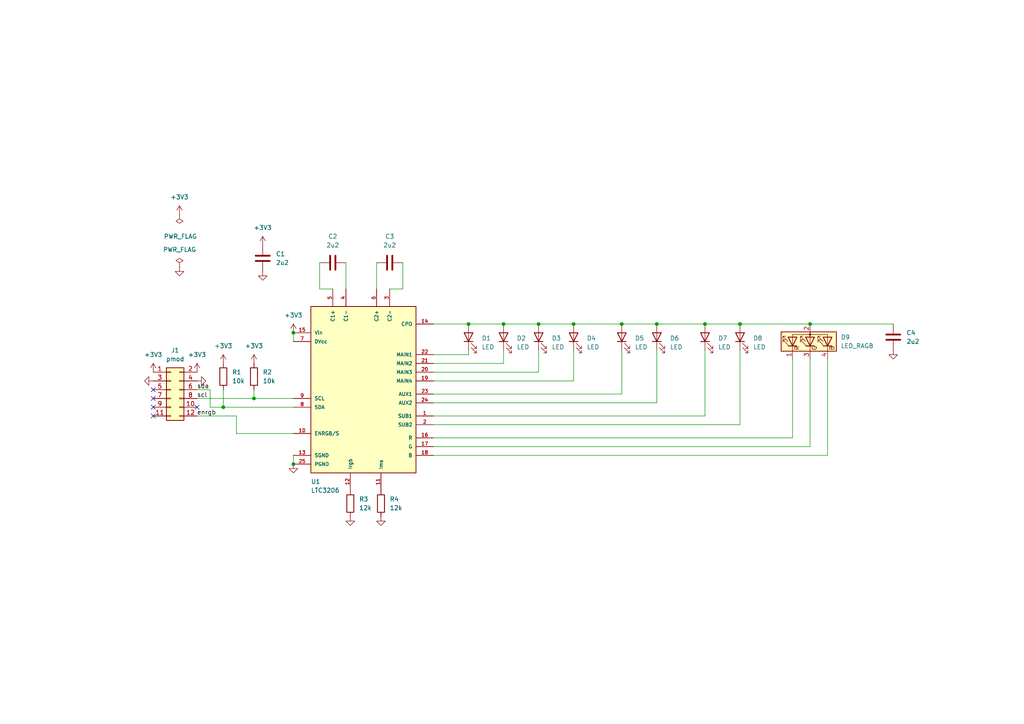
<source format=kicad_sch>
(kicad_sch (version 20211123) (generator eeschema)
  (paper "A4")
  (lib_symbols
    (symbol "Components:LTC3206" (pin_names (offset 1.016))
      (property "Reference" "U1" (at -13.97 -27.94 0))
      (property "Value" "LTC3206" (at -13.97 -30.48 0))
      (symbol "LTC3206_0_0"
        (rectangle (start -15.24 -25.4) (end 15.24 22.86) (stroke (width 0.254)) (fill (type background)))
        (pin bidirectional line (at 20.32 -8.89 180) (length 5.08) (name "SUB1") (number "1"))
        (pin bidirectional line (at -20.32 -13.97 0) (length 5.08) (name "ENRGB/S") (number "10"))
        (pin bidirectional line (at 5.08 -30.48 90) (length 5.08) (name "Ims") (number "11"))
        (pin bidirectional line (at -3.81 -30.48 90) (length 5.08) (name "Irgb") (number "12"))
        (pin power_in line (at -20.32 -20.32 0) (length 5.08) (name "SGND") (number "13"))
        (pin bidirectional line (at 20.32 17.78 180) (length 5.08) (name "CPO") (number "14"))
        (pin power_in line (at -20.32 15.24 0) (length 5.08) (name "Vin") (number "15"))
        (pin bidirectional line (at 20.32 -15.24 180) (length 5.08) (name "R") (number "16"))
        (pin bidirectional line (at 20.32 -17.78 180) (length 5.08) (name "G") (number "17"))
        (pin bidirectional line (at 20.32 -20.32 180) (length 5.08) (name "B") (number "18"))
        (pin bidirectional line (at 20.32 1.27 180) (length 5.08) (name "MAIN4") (number "19"))
        (pin bidirectional line (at 20.32 -11.43 180) (length 5.08) (name "SUB2") (number "2"))
        (pin bidirectional line (at 20.32 3.81 180) (length 5.08) (name "MAIN3") (number "20"))
        (pin bidirectional line (at 20.32 6.35 180) (length 5.08) (name "MAIN2") (number "21"))
        (pin bidirectional line (at 20.32 8.89 180) (length 5.08) (name "MAIN1") (number "22"))
        (pin bidirectional line (at 20.32 -2.54 180) (length 5.08) (name "AUX1") (number "23"))
        (pin bidirectional line (at 20.32 -5.08 180) (length 5.08) (name "AUX2") (number "24"))
        (pin power_in line (at -20.32 -22.86 0) (length 5.08) (name "PGND") (number "25"))
        (pin bidirectional line (at 7.62 27.94 270) (length 5.08) (name "C2-") (number "3"))
        (pin bidirectional line (at -5.08 27.94 270) (length 5.08) (name "C1-") (number "4"))
        (pin bidirectional line (at -8.89 27.94 270) (length 5.08) (name "C1+") (number "5"))
        (pin bidirectional line (at 3.81 27.94 270) (length 5.08) (name "C2+") (number "6"))
        (pin power_in line (at -20.32 12.7 0) (length 5.08) (name "DVcc") (number "7"))
        (pin bidirectional line (at -20.32 -6.35 0) (length 5.08) (name "SDA") (number "8"))
        (pin bidirectional line (at -20.32 -3.81 0) (length 5.08) (name "SCL") (number "9"))
      )
    )
    (symbol "Connector_Generic:Conn_02x06_Odd_Even" (pin_names (offset 1.016) hide)
      (property "Reference" "J" (at 1.27 7.62 0))
      (property "Value" "Conn_02x06_Odd_Even" (at 1.27 -10.16 0))
      (symbol "Conn_02x06_Odd_Even_1_1"
        (rectangle (start -1.27 -7.493) (end 0 -7.747) (stroke (width 0.1524)))
        (rectangle (start -1.27 -4.953) (end 0 -5.207) (stroke (width 0.1524)))
        (rectangle (start -1.27 -2.413) (end 0 -2.667) (stroke (width 0.1524)))
        (rectangle (start -1.27 0.127) (end 0 -0.127) (stroke (width 0.1524)))
        (rectangle (start -1.27 2.667) (end 0 2.413) (stroke (width 0.1524)))
        (rectangle (start -1.27 5.207) (end 0 4.953) (stroke (width 0.1524)))
        (rectangle (start -1.27 6.35) (end 3.81 -8.89) (stroke (width 0.254)) (fill (type background)))
        (rectangle (start 3.81 -7.493) (end 2.54 -7.747) (stroke (width 0.1524)))
        (rectangle (start 3.81 -4.953) (end 2.54 -5.207) (stroke (width 0.1524)))
        (rectangle (start 3.81 -2.413) (end 2.54 -2.667) (stroke (width 0.1524)))
        (rectangle (start 3.81 0.127) (end 2.54 -0.127) (stroke (width 0.1524)))
        (rectangle (start 3.81 2.667) (end 2.54 2.413) (stroke (width 0.1524)))
        (rectangle (start 3.81 5.207) (end 2.54 4.953) (stroke (width 0.1524)))
        (pin passive line (at -5.08 5.08 0) (length 3.81) (name "Pin_1") (number "1"))
        (pin passive line (at 7.62 -5.08 180) (length 3.81) (name "Pin_10") (number "10"))
        (pin passive line (at -5.08 -7.62 0) (length 3.81) (name "Pin_11") (number "11"))
        (pin passive line (at 7.62 -7.62 180) (length 3.81) (name "Pin_12") (number "12"))
        (pin passive line (at 7.62 5.08 180) (length 3.81) (name "Pin_2") (number "2"))
        (pin passive line (at -5.08 2.54 0) (length 3.81) (name "Pin_3") (number "3"))
        (pin passive line (at 7.62 2.54 180) (length 3.81) (name "Pin_4") (number "4"))
        (pin passive line (at -5.08 0 0) (length 3.81) (name "Pin_5") (number "5"))
        (pin passive line (at 7.62 0 180) (length 3.81) (name "Pin_6") (number "6"))
        (pin passive line (at -5.08 -2.54 0) (length 3.81) (name "Pin_7") (number "7"))
        (pin passive line (at 7.62 -2.54 180) (length 3.81) (name "Pin_8") (number "8"))
        (pin passive line (at -5.08 -5.08 0) (length 3.81) (name "Pin_9") (number "9"))
      )
    )
    (symbol "Device:C" (pin_numbers hide) (pin_names (offset 0.254))
      (property "Reference" "C" (at 0.635 2.54 0))
      (property "Value" "C" (at 0.635 -2.54 0))
      (symbol "C_0_1"
        (polyline (pts (xy -2.032 -0.762) (xy 2.032 -0.762)) (stroke (width 0.508)))
        (polyline (pts (xy -2.032 0.762) (xy 2.032 0.762)) (stroke (width 0.508)))
      )
      (symbol "C_1_1"
        (pin passive line (at 0 3.81 270) (length 2.794) (name "~") (number "1"))
        (pin passive line (at 0 -3.81 90) (length 2.794) (name "~") (number "2"))
      )
    )
    (symbol "Device:LED" (pin_numbers hide) (pin_names (offset 1.016) hide)
      (property "Reference" "D" (at 0 2.54 0))
      (property "Value" "LED" (at 0 -2.54 0))
      (symbol "LED_0_1"
        (polyline (pts (xy -1.27 -1.27) (xy -1.27 1.27)) (stroke (width 0.254)))
        (polyline (pts (xy -1.27 0) (xy 1.27 0)))
        (polyline (pts (xy 1.27 -1.27) (xy 1.27 1.27) (xy -1.27 0) (xy 1.27 -1.27)) (stroke (width 0.254)))
        (polyline (pts (xy -3.048 -0.762) (xy -4.572 -2.286) (xy -3.81 -2.286) (xy -4.572 -2.286) (xy -4.572 -1.524)))
        (polyline (pts (xy -1.778 -0.762) (xy -3.302 -2.286) (xy -2.54 -2.286) (xy -3.302 -2.286) (xy -3.302 -1.524)))
      )
      (symbol "LED_1_1"
        (pin passive line (at -3.81 0 0) (length 2.54) (name "K") (number "1"))
        (pin passive line (at 3.81 0 180) (length 2.54) (name "A") (number "2"))
      )
    )
    (symbol "Device:LED_RAGB" (pin_names (offset 0) hide)
      (property "Reference" "D" (at 0 9.398 0))
      (property "Value" "LED_RAGB" (at 0 -8.89 0))
      (symbol "LED_RAGB_0_0"
        (text "B" (at -1.905 -6.35 0) (effects (font (size 1.27 1.27))))
        (text "G" (at -1.905 -1.27 0) (effects (font (size 1.27 1.27))))
        (text "R" (at -1.905 3.81 0) (effects (font (size 1.27 1.27))))
      )
      (symbol "LED_RAGB_0_1"
        (polyline (pts (xy -1.27 -5.08) (xy -2.54 -5.08)))
        (polyline (pts (xy -1.27 -5.08) (xy 1.27 -5.08)))
        (polyline (pts (xy -1.27 -3.81) (xy -1.27 -6.35)) (stroke (width 0.254)))
        (polyline (pts (xy -1.27 0) (xy -2.54 0)))
        (polyline (pts (xy -1.27 1.27) (xy -1.27 -1.27)) (stroke (width 0.254)))
        (polyline (pts (xy -1.27 5.08) (xy -2.54 5.08)))
        (polyline (pts (xy -1.27 5.08) (xy 1.27 5.08)))
        (polyline (pts (xy -1.27 6.35) (xy -1.27 3.81)) (stroke (width 0.254)))
        (polyline (pts (xy 1.27 0) (xy -1.27 0)))
        (polyline (pts (xy 1.27 0) (xy 2.54 0)))
        (polyline (pts (xy -1.27 1.27) (xy -1.27 -1.27) (xy -1.27 -1.27)))
        (polyline (pts (xy -1.27 6.35) (xy -1.27 3.81) (xy -1.27 3.81)))
        (polyline (pts (xy 1.27 -5.08) (xy 2.032 -5.08) (xy 2.032 5.08) (xy 1.27 5.08)))
        (polyline (pts (xy 1.27 -3.81) (xy 1.27 -6.35) (xy -1.27 -5.08) (xy 1.27 -3.81)) (stroke (width 0.254)))
        (polyline (pts (xy 1.27 1.27) (xy 1.27 -1.27) (xy -1.27 0) (xy 1.27 1.27)) (stroke (width 0.254)))
        (polyline (pts (xy 1.27 6.35) (xy 1.27 3.81) (xy -1.27 5.08) (xy 1.27 6.35)) (stroke (width 0.254)))
        (polyline (pts (xy -1.016 -3.81) (xy 0.508 -2.286) (xy -0.254 -2.286) (xy 0.508 -2.286) (xy 0.508 -3.048)))
        (polyline (pts (xy -1.016 1.27) (xy 0.508 2.794) (xy -0.254 2.794) (xy 0.508 2.794) (xy 0.508 2.032)))
        (polyline (pts (xy -1.016 6.35) (xy 0.508 7.874) (xy -0.254 7.874) (xy 0.508 7.874) (xy 0.508 7.112)))
        (polyline (pts (xy 0 -3.81) (xy 1.524 -2.286) (xy 0.762 -2.286) (xy 1.524 -2.286) (xy 1.524 -3.048)))
        (polyline (pts (xy 0 1.27) (xy 1.524 2.794) (xy 0.762 2.794) (xy 1.524 2.794) (xy 1.524 2.032)))
        (polyline (pts (xy 0 6.35) (xy 1.524 7.874) (xy 0.762 7.874) (xy 1.524 7.874) (xy 1.524 7.112)))
        (rectangle (start 1.27 -1.27) (end 1.27 1.27))
        (rectangle (start 1.27 1.27) (end 1.27 1.27))
        (rectangle (start 1.27 3.81) (end 1.27 6.35))
        (rectangle (start 1.27 6.35) (end 1.27 6.35))
        (circle (center 2.032 0) (radius 0.254) (fill (type outline)))
        (rectangle (start 2.794 8.382) (end -2.794 -7.62) (stroke (width 0.254)) (fill (type background)))
      )
      (symbol "LED_RAGB_1_1"
        (pin passive line (at -5.08 5.08 0) (length 2.54) (name "RK") (number "1"))
        (pin passive line (at 5.08 0 180) (length 2.54) (name "A") (number "2"))
        (pin passive line (at -5.08 0 0) (length 2.54) (name "GK") (number "3"))
        (pin passive line (at -5.08 -5.08 0) (length 2.54) (name "BK") (number "4"))
      )
    )
    (symbol "Device:R" (pin_numbers hide) (pin_names (offset 0))
      (property "Reference" "R" (at 2.032 0 90))
      (property "Value" "R" (at 0 0 90))
      (symbol "R_0_1"
        (rectangle (start -1.016 -2.54) (end 1.016 2.54) (stroke (width 0.254)))
      )
      (symbol "R_1_1"
        (pin passive line (at 0 3.81 270) (length 1.27) (name "~") (number "1"))
        (pin passive line (at 0 -3.81 90) (length 1.27) (name "~") (number "2"))
      )
    )
    (symbol "power:+3V3" (power) (pin_names (offset 0))
      (property "Value" "+3V3" (at 0 3.556 0))
      (symbol "+3V3_0_1"
        (polyline (pts (xy -0.762 1.27) (xy 0 2.54)))
        (polyline (pts (xy 0 0) (xy 0 2.54)))
        (polyline (pts (xy 0 2.54) (xy 0.762 1.27)))
      )
      (symbol "+3V3_1_1"
        (pin power_in line (at 0 0 90) (length 0) hide (name "+3V3") (number "1"))
      )
    )
    (symbol "power:GND" (power) (pin_names (offset 0))
      (property "Value" "GND" (at 0 -3.81 0))
      (symbol "GND_0_1"
        (polyline (pts (xy 0 0) (xy 0 -1.27) (xy 1.27 -1.27) (xy 0 -2.54) (xy -1.27 -1.27) (xy 0 -1.27)))
      )
      (symbol "GND_1_1"
        (pin power_in line (at 0 0 270) (length 0) hide (name "GND") (number "1"))
      )
    )
    (symbol "power:PWR_FLAG" (power) (pin_numbers hide) (pin_names (offset 0) hide)
      (property "Value" "PWR_FLAG" (at 0 3.81 0))
      (symbol "PWR_FLAG_0_0"
        (pin power_out line (at 0 0 90) (length 0) (name "pwr") (number "1"))
      )
      (symbol "PWR_FLAG_0_1"
        (polyline (pts (xy 0 0) (xy 0 1.27) (xy -1.016 1.905) (xy 0 2.54) (xy 1.016 1.905) (xy 0 1.27)))
      )
    )
  )
  (junction (at 64.77 118.11))
  (junction (at 180.34 93.98))
  (junction (at 85.09 96.52))
  (junction (at 214.63 93.98))
  (junction (at 190.5 93.98))
  (junction (at 156.21 93.98))
  (junction (at 166.37 93.98))
  (junction (at 135.89 93.98))
  (junction (at 146.05 93.98))
  (junction (at 204.47 93.98))
  (junction (at 234.95 93.98))
  (junction (at 85.09 134.62))
  (junction (at 73.66 115.57))
  (no_connect (at 57.15 118.11))
  (no_connect (at 44.45 113.03))
  (no_connect (at 44.45 115.57))
  (no_connect (at 44.45 120.65))
  (no_connect (at 44.45 118.11))
  (wire (pts (xy 125.73 120.65) (xy 204.47 120.65)))
  (wire (pts (xy 109.22 76.2) (xy 109.22 83.82)))
  (wire (pts (xy 113.03 83.82) (xy 116.84 83.82)))
  (wire (pts (xy 180.34 93.98) (xy 190.5 93.98)))
  (wire (pts (xy 204.47 120.65) (xy 204.47 101.6)))
  (wire (pts (xy 135.89 101.6) (xy 135.89 102.87)))
  (wire (pts (xy 125.73 107.95) (xy 156.21 107.95)))
  (wire (pts (xy 180.34 114.3) (xy 180.34 101.6)))
  (wire (pts (xy 156.21 93.98) (xy 166.37 93.98)))
  (wire (pts (xy 57.15 115.57) (xy 73.66 115.57)))
  (wire (pts (xy 146.05 93.98) (xy 156.21 93.98)))
  (wire (pts (xy 100.33 76.2) (xy 100.33 83.82)))
  (wire (pts (xy 125.73 132.08) (xy 240.03 132.08)))
  (wire (pts (xy 125.73 129.54) (xy 234.95 129.54)))
  (wire (pts (xy 146.05 105.41) (xy 146.05 101.6)))
  (wire (pts (xy 85.09 132.08) (xy 85.09 134.62)))
  (wire (pts (xy 92.71 76.2) (xy 92.71 83.82)))
  (wire (pts (xy 214.63 123.19) (xy 214.63 101.6)))
  (wire (pts (xy 190.5 93.98) (xy 204.47 93.98)))
  (wire (pts (xy 64.77 113.03) (xy 64.77 118.11)))
  (wire (pts (xy 68.58 120.65) (xy 68.58 125.73)))
  (wire (pts (xy 125.73 123.19) (xy 214.63 123.19)))
  (wire (pts (xy 60.96 113.03) (xy 57.15 113.03)))
  (wire (pts (xy 125.73 127) (xy 229.87 127)))
  (wire (pts (xy 125.73 114.3) (xy 180.34 114.3)))
  (wire (pts (xy 229.87 127) (xy 229.87 104.14)))
  (wire (pts (xy 68.58 125.73) (xy 85.09 125.73)))
  (wire (pts (xy 125.73 110.49) (xy 166.37 110.49)))
  (wire (pts (xy 60.96 118.11) (xy 60.96 113.03)))
  (wire (pts (xy 190.5 116.84) (xy 190.5 101.6)))
  (wire (pts (xy 204.47 93.98) (xy 214.63 93.98)))
  (wire (pts (xy 125.73 93.98) (xy 135.89 93.98)))
  (wire (pts (xy 116.84 76.2) (xy 116.84 83.82)))
  (wire (pts (xy 166.37 110.49) (xy 166.37 101.6)))
  (wire (pts (xy 92.71 83.82) (xy 96.52 83.82)))
  (wire (pts (xy 156.21 107.95) (xy 156.21 101.6)))
  (wire (pts (xy 125.73 105.41) (xy 146.05 105.41)))
  (wire (pts (xy 234.95 93.98) (xy 259.08 93.98)))
  (wire (pts (xy 73.66 113.03) (xy 73.66 115.57)))
  (wire (pts (xy 214.63 93.98) (xy 234.95 93.98)))
  (wire (pts (xy 240.03 132.08) (xy 240.03 104.14)))
  (wire (pts (xy 57.15 120.65) (xy 68.58 120.65)))
  (wire (pts (xy 85.09 96.52) (xy 85.09 99.06)))
  (wire (pts (xy 234.95 129.54) (xy 234.95 104.14)))
  (wire (pts (xy 166.37 93.98) (xy 180.34 93.98)))
  (wire (pts (xy 64.77 118.11) (xy 60.96 118.11)))
  (wire (pts (xy 64.77 118.11) (xy 85.09 118.11)))
  (wire (pts (xy 135.89 93.98) (xy 146.05 93.98)))
  (wire (pts (xy 125.73 102.87) (xy 135.89 102.87)))
  (wire (pts (xy 73.66 115.57) (xy 85.09 115.57)))
  (wire (pts (xy 125.73 116.84) (xy 190.5 116.84)))
  (label "enrgb" (at 57.15 120.65 0))
  (label "scl" (at 57.15 115.57 0))
  (label "sda" (at 57.15 113.03 0))
  (symbol (lib_id "Device:LED") (at 166.37 97.79 90) (unit 1)
    (property "Reference" "D4" (at 170.18 98.1074 90) (effects (justify right)))
    (property "Value" "LED" (at 170.18 100.6474 90) (effects (justify right)))
    (property "Footprint" "LED_THT:LED_D3.0mm_Clear" (effects hide))
  )
  (symbol (lib_id "Device:R") (at 101.6 146.05 0) (unit 1)
    (property "Reference" "R3" (at 104.14 144.7799 0) (effects (justify left)))
    (property "Value" "12k" (at 104.14 147.3199 0) (effects (justify left)))
    (property "Footprint" "Resistor_SMD:R_0603_1608Metric_Pad0.98x0.95mm_HandSolder" (effects hide))
  )
  (symbol (lib_id "Device:C") (at 76.2 74.93 0) (unit 1)
    (property "Reference" "C1" (at 80.01 73.6599 0) (effects (justify left)))
    (property "Value" "2u2" (at 80.01 76.1999 0) (effects (justify left)))
    (property "Footprint" "Capacitor_SMD:C_0603_1608Metric_Pad1.08x0.95mm_HandSolder" (effects hide))
  )
  (symbol (lib_id "Device:R") (at 110.49 146.05 0) (unit 1)
    (property "Reference" "R4" (at 113.03 144.7799 0) (effects (justify left)))
    (property "Value" "12k" (at 113.03 147.3199 0) (effects (justify left)))
    (property "Footprint" "Resistor_SMD:R_0603_1608Metric_Pad0.98x0.95mm_HandSolder" (effects hide))
  )
  (symbol (lib_id "Device:LED") (at 156.21 97.79 90) (unit 1)
    (property "Reference" "D3" (at 160.02 98.1074 90) (effects (justify right)))
    (property "Value" "LED" (at 160.02 100.6474 90) (effects (justify right)))
    (property "Footprint" "LED_THT:LED_D3.0mm_Clear" (effects hide))
  )
  (symbol (lib_id "power:GND") (at 52.07 77.47 0) (unit 1)
    (property "Reference" "#PWR04" (effects hide))
    (property "Value" "GND" (effects hide))
  )
  (symbol (lib_id "Device:C") (at 259.08 97.79 0) (unit 1)
    (property "Reference" "C4" (at 262.89 96.5199 0) (effects (justify left)))
    (property "Value" "2u2" (at 262.89 99.0599 0) (effects (justify left)))
    (property "Footprint" "Capacitor_SMD:C_0603_1608Metric_Pad1.08x0.95mm_HandSolder" (effects hide))
  )
  (symbol (lib_id "power:GND") (at 57.15 110.49 90) (unit 1)
    (property "Reference" "#PWR06" (effects hide))
    (property "Value" "GND" (effects hide))
  )
  (symbol (lib_id "Device:LED") (at 204.47 97.79 90) (unit 1)
    (property "Reference" "D7" (at 208.28 98.1074 90) (effects (justify right)))
    (property "Value" "LED" (at 208.28 100.6474 90) (effects (justify right)))
    (property "Footprint" "LED_THT:LED_D3.0mm" (effects hide))
  )
  (symbol (lib_id "power:GND") (at 259.08 101.6 0) (unit 1)
    (property "Reference" "#PWR015" (effects hide))
    (property "Value" "GND" (effects hide))
  )
  (symbol (lib_id "power:PWR_FLAG") (at 52.07 77.47 0) (unit 1)
    (property "Reference" "#FLG02" (effects hide))
    (property "Value" "PWR_FLAG" (at 52.07 72.39 0))
  )
  (symbol (lib_id "power:+3V3") (at 85.09 96.52 0) (unit 1)
    (property "Reference" "#PWR011" (effects hide))
    (property "Value" "+3V3" (at 85.09 91.44 0))
  )
  (symbol (lib_id "Device:C") (at 113.03 76.2 270) (unit 1)
    (property "Reference" "C3" (at 113.03 68.58 90))
    (property "Value" "2u2" (at 113.03 71.12 90))
    (property "Footprint" "Capacitor_SMD:C_0603_1608Metric_Pad1.08x0.95mm_HandSolder" (effects hide))
  )
  (symbol (lib_id "power:GND") (at 44.45 110.49 270) (mirror x) (unit 1)
    (property "Reference" "#PWR02" (effects hide))
    (property "Value" "GND" (effects hide))
  )
  (symbol (lib_id "power:GND") (at 85.09 134.62 0) (unit 1)
    (property "Reference" "#PWR012" (effects hide))
    (property "Value" "GND" (effects hide))
  )
  (symbol (lib_id "power:PWR_FLAG") (at 52.07 62.23 0) (mirror x) (unit 1)
    (property "Reference" "#FLG01" (effects hide))
    (property "Value" "PWR_FLAG" (at 57.15 68.58 0) (effects (justify right)))
  )
  (symbol (lib_id "Device:R") (at 64.77 109.22 0) (unit 1)
    (property "Reference" "R1" (at 67.31 107.9499 0) (effects (justify left)))
    (property "Value" "10k" (at 67.31 110.4899 0) (effects (justify left)))
    (property "Footprint" "Resistor_SMD:R_0603_1608Metric_Pad0.98x0.95mm_HandSolder" (effects hide))
  )
  (symbol (lib_id "Device:LED") (at 135.89 97.79 90) (unit 1)
    (property "Reference" "D1" (at 139.7 98.1074 90) (effects (justify right)))
    (property "Value" "LED" (at 139.7 100.6474 90) (effects (justify right)))
    (property "Footprint" "LED_THT:LED_D3.0mm_Clear" (effects hide))
  )
  (symbol (lib_id "Device:LED") (at 180.34 97.79 90) (unit 1)
    (property "Reference" "D5" (at 184.15 98.1074 90) (effects (justify right)))
    (property "Value" "LED" (at 184.15 100.6474 90) (effects (justify right)))
    (property "Footprint" "LED_THT:LED_D3.0mm" (effects hide))
  )
  (symbol (lib_id "power:+3V3") (at 57.15 107.95 0) (unit 1)
    (property "Reference" "#PWR05" (effects hide))
    (property "Value" "+3V3" (at 57.15 102.87 0))
  )
  (symbol (lib_id "Device:C") (at 96.52 76.2 270) (unit 1)
    (property "Reference" "C2" (at 96.52 68.58 90))
    (property "Value" "2u2" (at 96.52 71.12 90))
    (property "Footprint" "Capacitor_SMD:C_0603_1608Metric_Pad1.08x0.95mm_HandSolder" (effects hide))
  )
  (symbol (lib_id "power:GND") (at 110.49 149.86 0) (unit 1)
    (property "Reference" "#PWR014" (effects hide))
    (property "Value" "GND" (effects hide))
  )
  (symbol (lib_id "Components:LTC3206") (at 105.41 111.76 0) (unit 1)
    (property "Reference" "U1" (at 90.17 139.7 0) (effects (justify left)))
    (property "Value" "LTC3206" (at 90.17 142.24 0) (effects (justify left)))
    (property "Footprint" "Components:QFN-24" (effects hide))
    (property "MAXIMUM_PACKAGE_HEIGHT" "0.9 mm" (effects hide))
    (property "MANUFACTURER" "Microchip Technology" (effects hide))
    (property "PARTREV" "02/18/2014" (effects hide))
    (property "STANDARD" "IPC 7351B" (effects hide))
  )
  (symbol (lib_id "power:+3V3") (at 76.2 71.12 0) (unit 1)
    (property "Reference" "#PWR09" (effects hide))
    (property "Value" "+3V3" (at 76.2 66.04 0))
  )
  (symbol (lib_id "Device:LED") (at 146.05 97.79 90) (unit 1)
    (property "Reference" "D2" (at 149.86 98.1074 90) (effects (justify right)))
    (property "Value" "LED" (at 149.86 100.6474 90) (effects (justify right)))
    (property "Footprint" "LED_THT:LED_D3.0mm_Clear" (effects hide))
  )
  (symbol (lib_id "power:+3V3") (at 64.77 105.41 0) (unit 1)
    (property "Reference" "#PWR07" (effects hide))
    (property "Value" "+3V3" (at 64.77 100.33 0))
  )
  (symbol (lib_id "power:+3V3") (at 52.07 62.23 0) (unit 1)
    (property "Reference" "#PWR03" (effects hide))
    (property "Value" "+3V3" (at 52.07 57.15 0))
  )
  (symbol (lib_id "power:+3V3") (at 44.45 107.95 0) (unit 1)
    (property "Reference" "#PWR01" (effects hide))
    (property "Value" "+3V3" (at 44.45 102.87 0))
  )
  (symbol (lib_id "Device:LED_RAGB") (at 234.95 99.06 90) (unit 1)
    (property "Reference" "D9" (at 243.84 97.7899 90) (effects (justify right)))
    (property "Value" "LED_RAGB" (at 243.84 100.3299 90) (effects (justify right)))
    (property "Footprint" "LED_THT:LED_D5.0mm-4_RGB" (effects hide))
  )
  (symbol (lib_id "Device:LED") (at 214.63 97.79 90) (unit 1)
    (property "Reference" "D8" (at 218.44 98.1074 90) (effects (justify right)))
    (property "Value" "LED" (at 218.44 100.6474 90) (effects (justify right)))
    (property "Footprint" "LED_THT:LED_D3.0mm" (effects hide))
  )
  (symbol (lib_id "Device:LED") (at 190.5 97.79 90) (unit 1)
    (property "Reference" "D6" (at 194.31 98.1074 90) (effects (justify right)))
    (property "Value" "LED" (at 194.31 100.6474 90) (effects (justify right)))
    (property "Footprint" "LED_THT:LED_D3.0mm" (effects hide))
  )
  (symbol (lib_id "Connector_Generic:Conn_02x06_Odd_Even") (at 49.53 113.03 0) (unit 1)
    (property "Reference" "J1" (at 50.8 101.6 0))
    (property "Value" "pmod" (at 50.8 104.14 0))
    (property "Footprint" "Components:PinHeader_2x06_P2.54mm_Horizontal" (effects hide))
  )
  (symbol (lib_id "power:GND") (at 101.6 149.86 0) (unit 1)
    (property "Reference" "#PWR013" (effects hide))
    (property "Value" "GND" (effects hide))
  )
  (symbol (lib_id "Device:R") (at 73.66 109.22 0) (unit 1)
    (property "Reference" "R2" (at 76.2 107.9499 0) (effects (justify left)))
    (property "Value" "10k" (at 76.2 110.4899 0) (effects (justify left)))
    (property "Footprint" "Resistor_SMD:R_0603_1608Metric_Pad0.98x0.95mm_HandSolder" (effects hide))
  )
  (symbol (lib_id "power:+3V3") (at 73.66 105.41 0) (unit 1)
    (property "Reference" "#PWR08" (effects hide))
    (property "Value" "+3V3" (at 73.66 100.33 0))
  )
  (symbol (lib_id "power:GND") (at 76.2 78.74 0) (unit 1)
    (property "Reference" "#PWR010" (effects hide))
    (property "Value" "GND" (effects hide))
  )
)
</source>
